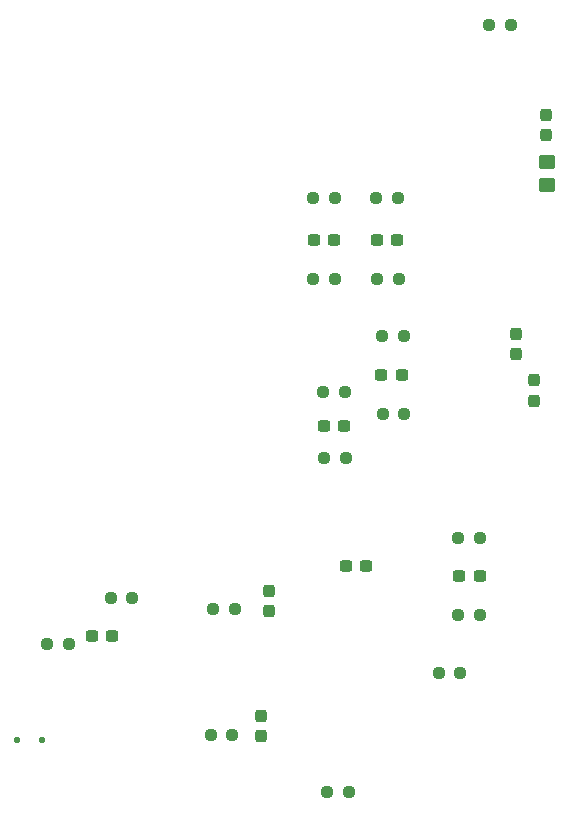
<source format=gbr>
%TF.GenerationSoftware,KiCad,Pcbnew,7.0.1*%
%TF.CreationDate,2023-05-25T18:45:16+09:00*%
%TF.ProjectId,THRControlModuleBoard,54485243-6f6e-4747-926f-6c4d6f64756c,rev?*%
%TF.SameCoordinates,Original*%
%TF.FileFunction,Paste,Bot*%
%TF.FilePolarity,Positive*%
%FSLAX46Y46*%
G04 Gerber Fmt 4.6, Leading zero omitted, Abs format (unit mm)*
G04 Created by KiCad (PCBNEW 7.0.1) date 2023-05-25 18:45:16*
%MOMM*%
%LPD*%
G01*
G04 APERTURE LIST*
G04 Aperture macros list*
%AMRoundRect*
0 Rectangle with rounded corners*
0 $1 Rounding radius*
0 $2 $3 $4 $5 $6 $7 $8 $9 X,Y pos of 4 corners*
0 Add a 4 corners polygon primitive as box body*
4,1,4,$2,$3,$4,$5,$6,$7,$8,$9,$2,$3,0*
0 Add four circle primitives for the rounded corners*
1,1,$1+$1,$2,$3*
1,1,$1+$1,$4,$5*
1,1,$1+$1,$6,$7*
1,1,$1+$1,$8,$9*
0 Add four rect primitives between the rounded corners*
20,1,$1+$1,$2,$3,$4,$5,0*
20,1,$1+$1,$4,$5,$6,$7,0*
20,1,$1+$1,$6,$7,$8,$9,0*
20,1,$1+$1,$8,$9,$2,$3,0*%
G04 Aperture macros list end*
%ADD10RoundRect,0.250000X-0.450000X0.350000X-0.450000X-0.350000X0.450000X-0.350000X0.450000X0.350000X0*%
%ADD11RoundRect,0.125000X0.125000X0.125000X-0.125000X0.125000X-0.125000X-0.125000X0.125000X-0.125000X0*%
%ADD12RoundRect,0.237500X0.237500X-0.300000X0.237500X0.300000X-0.237500X0.300000X-0.237500X-0.300000X0*%
%ADD13RoundRect,0.237500X-0.300000X-0.237500X0.300000X-0.237500X0.300000X0.237500X-0.300000X0.237500X0*%
%ADD14RoundRect,0.237500X-0.250000X-0.237500X0.250000X-0.237500X0.250000X0.237500X-0.250000X0.237500X0*%
%ADD15RoundRect,0.237500X0.250000X0.237500X-0.250000X0.237500X-0.250000X-0.237500X0.250000X-0.237500X0*%
%ADD16RoundRect,0.237500X-0.237500X0.300000X-0.237500X-0.300000X0.237500X-0.300000X0.237500X0.300000X0*%
%ADD17RoundRect,0.237500X0.300000X0.237500X-0.300000X0.237500X-0.300000X-0.237500X0.300000X-0.237500X0*%
G04 APERTURE END LIST*
D10*
%TO.C,R9*%
X162650000Y-82550000D03*
X162650000Y-84550000D03*
%TD*%
D11*
%TO.C,D5*%
X119900000Y-131500000D03*
X117700000Y-131500000D03*
%TD*%
D12*
%TO.C,C10*%
X161500000Y-102762500D03*
X161500000Y-101037500D03*
%TD*%
D13*
%TO.C,C13*%
X148587500Y-100600000D03*
X150312500Y-100600000D03*
%TD*%
D14*
%TO.C,R6*%
X153437500Y-125850000D03*
X155262500Y-125850000D03*
%TD*%
%TO.C,R18*%
X142837500Y-92450000D03*
X144662500Y-92450000D03*
%TD*%
D15*
%TO.C,R20*%
X149962500Y-85650000D03*
X148137500Y-85650000D03*
%TD*%
%TO.C,R16*%
X145562500Y-107650000D03*
X143737500Y-107650000D03*
%TD*%
D14*
%TO.C,R22*%
X125687500Y-119450000D03*
X127512500Y-119450000D03*
%TD*%
%TO.C,R12*%
X155087500Y-120900000D03*
X156912500Y-120900000D03*
%TD*%
%TO.C,R13*%
X155087500Y-114400000D03*
X156912500Y-114400000D03*
%TD*%
D12*
%TO.C,C9*%
X162550000Y-80312500D03*
X162550000Y-78587500D03*
%TD*%
%TO.C,C8*%
X139050000Y-120612500D03*
X139050000Y-118887500D03*
%TD*%
D16*
%TO.C,C11*%
X160000000Y-97137500D03*
X160000000Y-98862500D03*
%TD*%
D17*
%TO.C,C17*%
X144612500Y-89150000D03*
X142887500Y-89150000D03*
%TD*%
D14*
%TO.C,R10*%
X157737500Y-70950000D03*
X159562500Y-70950000D03*
%TD*%
D15*
%TO.C,R7*%
X135962500Y-131100000D03*
X134137500Y-131100000D03*
%TD*%
D14*
%TO.C,R15*%
X148237500Y-92450000D03*
X150062500Y-92450000D03*
%TD*%
D17*
%TO.C,C15*%
X145462500Y-104950000D03*
X143737500Y-104950000D03*
%TD*%
D14*
%TO.C,R17*%
X120287500Y-123400000D03*
X122112500Y-123400000D03*
%TD*%
%TO.C,R24*%
X143987500Y-135900000D03*
X145812500Y-135900000D03*
%TD*%
D17*
%TO.C,C14*%
X149912500Y-89150000D03*
X148187500Y-89150000D03*
%TD*%
D12*
%TO.C,C7*%
X138400000Y-131162500D03*
X138400000Y-129437500D03*
%TD*%
D14*
%TO.C,R14*%
X148687500Y-103900000D03*
X150512500Y-103900000D03*
%TD*%
D17*
%TO.C,C12*%
X156912500Y-117650000D03*
X155187500Y-117650000D03*
%TD*%
D13*
%TO.C,C16*%
X124087500Y-122700000D03*
X125812500Y-122700000D03*
%TD*%
D14*
%TO.C,R19*%
X148652500Y-97300000D03*
X150477500Y-97300000D03*
%TD*%
D17*
%TO.C,C6*%
X147312500Y-116800000D03*
X145587500Y-116800000D03*
%TD*%
D15*
%TO.C,R23*%
X144662500Y-85650000D03*
X142837500Y-85650000D03*
%TD*%
%TO.C,R21*%
X145512500Y-102050000D03*
X143687500Y-102050000D03*
%TD*%
%TO.C,R8*%
X136162500Y-120450000D03*
X134337500Y-120450000D03*
%TD*%
M02*

</source>
